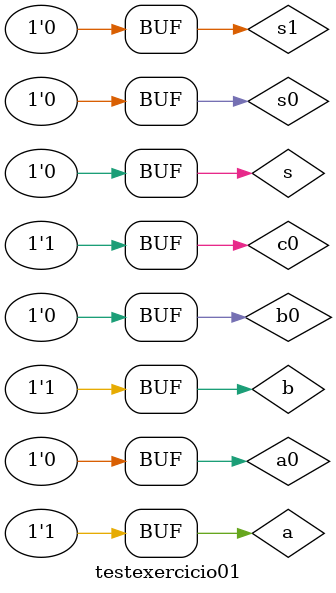
<source format=v>



 module testexercicio01;
 reg   a, b;
 wire  c0, s, s0, s1, a0, b0;
 
 not NOT1 (a0, a);              // TENTE FAZER A DEFINICAO EM OUTRO MODULO
 not NOT2 (b0, b);
 and AND1 (s0, a0, b);
 and AND2 (s1, a, b0);
 or  OR1   (s, s0, s1);
 and AND3 (c0, a, b);
           
         
 initial begin
 
      $display("Guia03- 01 - Caio Ragacci Pimentel - 405794");
      $display(" MEIA SOMA");
      $display("A  +  B  =  C  S");
      
		a=0; b=0;
		
  	#1	 $monitor("%b  +  %b  =  %b  %b", a, b, c0, s);
   #1  a=0; b=1;
   #1  a=1; b=0;
   #1  a=1; b=1;
 
 end

endmodule // testexercicio01


</source>
